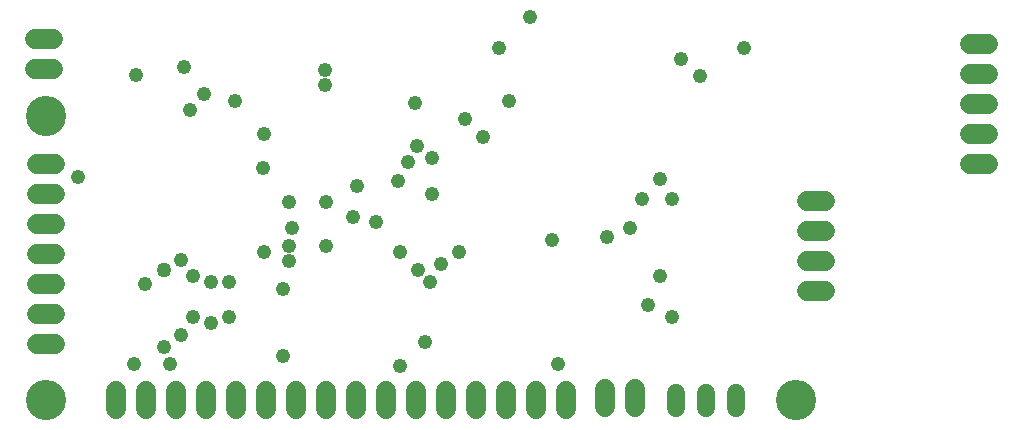
<source format=gbs>
G75*
%MOIN*%
%OFA0B0*%
%FSLAX25Y25*%
%IPPOS*%
%LPD*%
%AMOC8*
5,1,8,0,0,1.08239X$1,22.5*
%
%ADD10C,0.13398*%
%ADD11C,0.06800*%
%ADD12C,0.06000*%
%ADD13C,0.04959*%
%ADD14C,0.04802*%
%ADD15C,0.04800*%
D10*
X0016209Y0020685D03*
X0016209Y0115370D03*
X0266209Y0020685D03*
D11*
X0039634Y0017685D02*
X0039634Y0023685D01*
X0049634Y0023685D02*
X0049634Y0017685D01*
X0059634Y0017685D02*
X0059634Y0023685D01*
X0069634Y0023685D02*
X0069634Y0017685D01*
X0079634Y0017685D02*
X0079634Y0023685D01*
X0089634Y0023685D02*
X0089634Y0017685D01*
X0099634Y0017685D02*
X0099634Y0023685D01*
X0109634Y0023685D02*
X0109634Y0017685D01*
X0119634Y0017685D02*
X0119634Y0023685D01*
X0129634Y0023685D02*
X0129634Y0017685D01*
X0139634Y0017685D02*
X0139634Y0023685D01*
X0149634Y0023685D02*
X0149634Y0017685D01*
X0159634Y0017685D02*
X0159634Y0023685D01*
X0169634Y0023685D02*
X0169634Y0017685D01*
X0179634Y0017685D02*
X0179634Y0023685D01*
X0189634Y0023685D02*
X0189634Y0017685D01*
X0202705Y0018394D02*
X0202705Y0024394D01*
X0212705Y0024394D02*
X0212705Y0018394D01*
X0269862Y0056866D02*
X0275862Y0056866D01*
X0275862Y0066866D02*
X0269862Y0066866D01*
X0269862Y0076866D02*
X0275862Y0076866D01*
X0275862Y0086866D02*
X0269862Y0086866D01*
X0324232Y0099110D02*
X0330232Y0099110D01*
X0330232Y0109110D02*
X0324232Y0109110D01*
X0324232Y0119110D02*
X0330232Y0119110D01*
X0330232Y0129110D02*
X0324232Y0129110D01*
X0324232Y0139110D02*
X0330232Y0139110D01*
X0018500Y0141000D02*
X0012500Y0141000D01*
X0012500Y0131000D02*
X0018500Y0131000D01*
X0019484Y0099346D02*
X0013484Y0099346D01*
X0013484Y0089346D02*
X0019484Y0089346D01*
X0019484Y0079346D02*
X0013484Y0079346D01*
X0013484Y0069346D02*
X0019484Y0069346D01*
X0019484Y0059346D02*
X0013484Y0059346D01*
X0013484Y0049346D02*
X0019484Y0049346D01*
X0019484Y0039346D02*
X0013484Y0039346D01*
D12*
X0226484Y0022970D02*
X0226484Y0017770D01*
X0236484Y0017770D02*
X0236484Y0022970D01*
X0246484Y0022970D02*
X0246484Y0017770D01*
D13*
X0055579Y0063992D03*
D14*
X0061287Y0067339D03*
X0065421Y0062024D03*
X0071327Y0060055D03*
X0077232Y0060055D03*
X0089043Y0069898D03*
X0118571Y0081709D03*
X0126445Y0079740D03*
X0134319Y0069898D03*
X0140224Y0063992D03*
X0144161Y0060055D03*
X0148098Y0065961D03*
X0154004Y0069898D03*
X0145096Y0089399D03*
X0133531Y0093717D03*
X0136878Y0099819D03*
X0144818Y0101221D03*
X0139852Y0105155D03*
X0089043Y0109268D03*
X0211091Y0077772D03*
X0215028Y0087614D03*
X0224870Y0087614D03*
X0220920Y0094235D03*
X0220933Y0062024D03*
X0216996Y0052181D03*
X0224870Y0048244D03*
X0142587Y0039780D03*
X0134319Y0032069D03*
X0095343Y0035252D03*
X0071327Y0046276D03*
X0065421Y0048244D03*
X0061484Y0042339D03*
X0055579Y0038402D03*
X0057547Y0032496D03*
X0045736Y0032496D03*
X0077232Y0048244D03*
D15*
X0095441Y0057594D03*
X0097409Y0066945D03*
X0097409Y0071866D03*
X0109713Y0071866D03*
X0098394Y0077772D03*
X0097409Y0086630D03*
X0109713Y0086630D03*
X0120047Y0092043D03*
X0088551Y0097949D03*
X0064437Y0117142D03*
X0068866Y0122555D03*
X0079201Y0120094D03*
X0062469Y0131413D03*
X0046228Y0128953D03*
X0109220Y0130429D03*
X0109220Y0125508D03*
X0139240Y0119602D03*
X0155972Y0114189D03*
X0161878Y0108283D03*
X0170736Y0120094D03*
X0167291Y0137811D03*
X0177626Y0148146D03*
X0227823Y0134366D03*
X0234220Y0128461D03*
X0248984Y0137811D03*
X0203217Y0074819D03*
X0185008Y0073835D03*
X0186976Y0032496D03*
X0049181Y0059071D03*
X0027035Y0094996D03*
M02*

</source>
